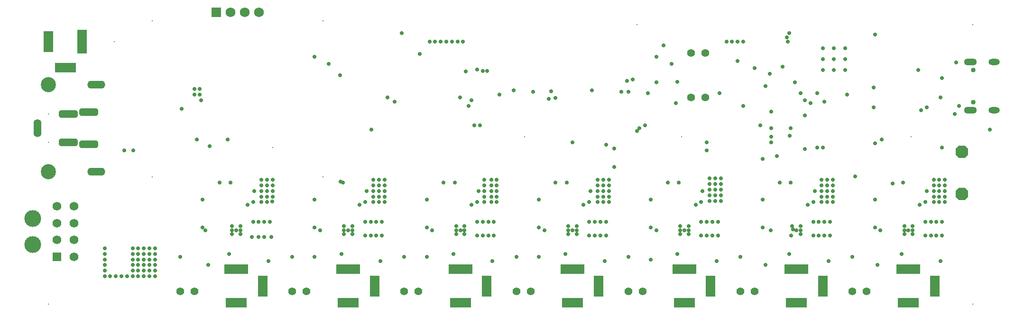
<source format=gbs>
G04*
G04 #@! TF.GenerationSoftware,Altium Limited,Altium Designer,24.4.1 (13)*
G04*
G04 Layer_Color=16711935*
%FSLAX44Y44*%
%MOMM*%
G71*
G04*
G04 #@! TF.SameCoordinates,002769C6-68FF-4E06-BC95-C638BAA8078C*
G04*
G04*
G04 #@! TF.FilePolarity,Negative*
G04*
G01*
G75*
%ADD80C,0.2032*%
%ADD81C,1.7272*%
%ADD82R,1.7272X1.7272*%
G04:AMPARAMS|DCode=83|XSize=2.2032mm|YSize=2.2032mm|CornerRadius=0mm|HoleSize=0mm|Usage=FLASHONLY|Rotation=0.000|XOffset=0mm|YOffset=0mm|HoleType=Round|Shape=Octagon|*
%AMOCTAGOND83*
4,1,8,1.1016,-0.5508,1.1016,0.5508,0.5508,1.1016,-0.5508,1.1016,-1.1016,0.5508,-1.1016,-0.5508,-0.5508,-1.1016,0.5508,-1.1016,1.1016,-0.5508,0.0*
%
%ADD83OCTAGOND83*%

%ADD84C,1.4224*%
%ADD85R,4.2032X1.7032*%
%ADD86R,3.7032X1.7032*%
%ADD87R,1.7032X3.7032*%
%ADD88C,3.0000*%
%ADD89C,1.5700*%
%ADD90R,1.5700X1.5700*%
%ADD91O,2.3032X1.2532*%
%ADD92O,2.0032X1.1032*%
%ADD93C,0.8532*%
%ADD94C,2.7032*%
G04:AMPARAMS|DCode=95|XSize=1.4032mm|YSize=3.4032mm|CornerRadius=0mm|HoleSize=0mm|Usage=FLASHONLY|Rotation=90.000|XOffset=0mm|YOffset=0mm|HoleType=Round|Shape=Octagon|*
%AMOCTAGOND95*
4,1,8,-1.7016,-0.3508,-1.7016,0.3508,-1.3508,0.7016,1.3508,0.7016,1.7016,0.3508,1.7016,-0.3508,1.3508,-0.7016,-1.3508,-0.7016,-1.7016,-0.3508,0.0*
%
%ADD95OCTAGOND95*%

%ADD96O,1.4032X3.2032*%
%ADD97O,3.2032X1.4032*%
%ADD98R,1.7032X4.2032*%
%ADD99C,0.7032*%
D80*
X235200Y277500D02*
D03*
X540000D02*
D03*
Y556900D02*
D03*
X235200D02*
D03*
X1100000Y550000D02*
D03*
X1700000D02*
D03*
X1590000Y350000D02*
D03*
X50000Y50000D02*
D03*
X167500Y520000D02*
D03*
X450000Y330000D02*
D03*
X900000Y350000D02*
D03*
X1180000D02*
D03*
X1700000Y50000D02*
D03*
X50000Y340000D02*
D03*
Y390000D02*
D03*
D81*
X425700Y572140D02*
D03*
X400300D02*
D03*
X374900D02*
D03*
D82*
X349500D02*
D03*
D83*
X1680000Y247000D02*
D03*
Y323000D02*
D03*
D84*
X285000Y72500D02*
D03*
X310400D02*
D03*
X1222400Y500000D02*
D03*
X1197000D02*
D03*
X510400Y72500D02*
D03*
X485000D02*
D03*
X1510400D02*
D03*
X1485000D02*
D03*
X1310400D02*
D03*
X1285000D02*
D03*
X1110400D02*
D03*
X1085000D02*
D03*
X910400D02*
D03*
X885000D02*
D03*
X710400D02*
D03*
X685000D02*
D03*
X1222400Y420000D02*
D03*
X1197000D02*
D03*
D85*
X385000Y112500D02*
D03*
X1585000D02*
D03*
X1385000D02*
D03*
X1185000D02*
D03*
X985000D02*
D03*
X785000D02*
D03*
X585000D02*
D03*
D86*
X385000Y52500D02*
D03*
X1585000D02*
D03*
X1385000D02*
D03*
X1185000D02*
D03*
X985000D02*
D03*
X785000D02*
D03*
X585000D02*
D03*
X80000Y473000D02*
D03*
D87*
X432000Y82500D02*
D03*
X1632000D02*
D03*
X1432000D02*
D03*
X1232000D02*
D03*
X1032000D02*
D03*
X832000D02*
D03*
X632000D02*
D03*
X50000Y520000D02*
D03*
D88*
X21800Y156500D02*
D03*
Y203500D02*
D03*
D89*
X65000Y225100D02*
D03*
Y195100D02*
D03*
Y165100D02*
D03*
X95000Y135100D02*
D03*
Y165100D02*
D03*
Y195100D02*
D03*
Y225100D02*
D03*
D90*
X65000Y135100D02*
D03*
D91*
X1695700Y397014D02*
D03*
Y483414D02*
D03*
D92*
X1737500Y397014D02*
D03*
Y483414D02*
D03*
D93*
X1700700Y469114D02*
D03*
Y411314D02*
D03*
D94*
X50000Y287000D02*
D03*
Y443000D02*
D03*
D95*
X121500Y394000D02*
D03*
Y336000D02*
D03*
X85000Y390000D02*
D03*
Y340000D02*
D03*
D96*
X30000Y365000D02*
D03*
D97*
X135000Y287000D02*
D03*
Y443000D02*
D03*
D98*
X110000Y520000D02*
D03*
D99*
X1556940Y266310D02*
D03*
X827460Y272500D02*
D03*
X832500Y467500D02*
D03*
X827460Y232500D02*
D03*
Y242500D02*
D03*
Y252500D02*
D03*
Y262500D02*
D03*
X840000D02*
D03*
Y242500D02*
D03*
Y252500D02*
D03*
Y272500D02*
D03*
Y232500D02*
D03*
X850000Y242500D02*
D03*
Y272500D02*
D03*
Y252500D02*
D03*
Y232500D02*
D03*
Y262500D02*
D03*
X855040Y425000D02*
D03*
X825000Y467500D02*
D03*
X915000Y430000D02*
D03*
X880000Y432500D02*
D03*
X425000Y170000D02*
D03*
X392500Y175000D02*
D03*
X329960Y182500D02*
D03*
X570000Y460040D02*
D03*
X355000Y267500D02*
D03*
X375000D02*
D03*
X430000Y272500D02*
D03*
X450000Y262500D02*
D03*
X377500Y182500D02*
D03*
Y190000D02*
D03*
X440000Y252500D02*
D03*
X430000Y242500D02*
D03*
X417500Y252500D02*
D03*
X430000Y262500D02*
D03*
X440000Y272500D02*
D03*
X430000Y252500D02*
D03*
X415000Y232500D02*
D03*
X440000Y262500D02*
D03*
X450000Y272500D02*
D03*
X405000Y227500D02*
D03*
X415000Y197500D02*
D03*
X440000Y232500D02*
D03*
X392500Y182500D02*
D03*
X450000Y242500D02*
D03*
X448936Y233564D02*
D03*
X425000Y197500D02*
D03*
X435000Y197500D02*
D03*
X655000Y420000D02*
D03*
X412500Y170000D02*
D03*
X445000Y197500D02*
D03*
X571064Y268936D02*
D03*
X525000Y237500D02*
D03*
X1060000Y295196D02*
D03*
X625795Y362380D02*
D03*
X525000Y492500D02*
D03*
X550000Y480000D02*
D03*
X1135000Y492460D02*
D03*
X1147968Y513454D02*
D03*
X1667500Y390000D02*
D03*
X1730000Y362500D02*
D03*
X1115000Y370000D02*
D03*
X1450000Y272500D02*
D03*
X1422500Y330000D02*
D03*
X1432500D02*
D03*
X1340000Y340000D02*
D03*
X1645000Y330000D02*
D03*
X1370000Y520000D02*
D03*
X1367500Y527500D02*
D03*
X790000Y520000D02*
D03*
X1162500Y480000D02*
D03*
X1280000Y485040D02*
D03*
X1360000Y474960D02*
D03*
X1310000Y472500D02*
D03*
X1337599Y462401D02*
D03*
X1382540Y447500D02*
D03*
X1247500Y427460D02*
D03*
X1422500D02*
D03*
X1392500D02*
D03*
X1120000Y427500D02*
D03*
X1085000Y430000D02*
D03*
X1072500D02*
D03*
X1400000Y415000D02*
D03*
X1475000Y425000D02*
D03*
X1522500Y402500D02*
D03*
X1435000Y412500D02*
D03*
X1400000Y327500D02*
D03*
X1375000Y365000D02*
D03*
X1400000Y387500D02*
D03*
X325000Y187500D02*
D03*
Y237500D02*
D03*
X440000Y242500D02*
D03*
X450000Y252500D02*
D03*
X335000Y120000D02*
D03*
X442500Y127500D02*
D03*
X285000Y135000D02*
D03*
X372500Y140000D02*
D03*
X447314Y170186D02*
D03*
X435000Y170000D02*
D03*
X377500Y175000D02*
D03*
X385000Y182500D02*
D03*
X392500Y190000D02*
D03*
X430000Y232500D02*
D03*
X185000Y325000D02*
D03*
X1060000Y328850D02*
D03*
X201270Y325040D02*
D03*
X1082500Y450049D02*
D03*
X1092500Y452500D02*
D03*
X1135000Y447500D02*
D03*
X1170000Y410000D02*
D03*
X1172500Y448055D02*
D03*
X1522500Y437500D02*
D03*
X947500Y430991D02*
D03*
X1330000Y440000D02*
D03*
X1020000Y432540D02*
D03*
X1340056Y395040D02*
D03*
X1320202Y369798D02*
D03*
X1373172Y351828D02*
D03*
X1225000Y325040D02*
D03*
X1645000Y454960D02*
D03*
X1602500Y468754D02*
D03*
X1489919Y278293D02*
D03*
X1607500Y397500D02*
D03*
X1617500Y402540D02*
D03*
X1670000Y482500D02*
D03*
X1675000Y405000D02*
D03*
X1642500Y420000D02*
D03*
X315000Y345000D02*
D03*
X985000Y340000D02*
D03*
X1045000Y335000D02*
D03*
X370000Y345000D02*
D03*
X1105000Y365000D02*
D03*
X1225000Y340000D02*
D03*
X1350000Y315000D02*
D03*
X1410000Y410000D02*
D03*
X1325000Y310000D02*
D03*
X1340000Y350000D02*
D03*
X795000Y466945D02*
D03*
X815000Y470000D02*
D03*
X712500Y497500D02*
D03*
X784656Y420344D02*
D03*
X667500Y412500D02*
D03*
X805000Y415040D02*
D03*
X310000Y425000D02*
D03*
Y435000D02*
D03*
X320000D02*
D03*
Y425000D02*
D03*
X1324920Y237500D02*
D03*
Y187500D02*
D03*
X1338810Y182500D02*
D03*
X1250000Y275000D02*
D03*
X1240000D02*
D03*
X1250000Y265000D02*
D03*
X1240000D02*
D03*
X1250000Y255000D02*
D03*
X1230000Y275000D02*
D03*
X1250000Y245000D02*
D03*
X1230000Y265000D02*
D03*
X1240000Y255000D02*
D03*
X925000Y237500D02*
D03*
X1040000Y272500D02*
D03*
X1050000D02*
D03*
X1100000Y360000D02*
D03*
X1230000Y255000D02*
D03*
X1250000Y235000D02*
D03*
X1240000Y245000D02*
D03*
X1217500Y252500D02*
D03*
X1240000Y235000D02*
D03*
X1230000Y245000D02*
D03*
X337500Y332500D02*
D03*
X287500Y400000D02*
D03*
X322500Y415000D02*
D03*
X680000Y535000D02*
D03*
X730000Y520000D02*
D03*
X770000D02*
D03*
X750000D02*
D03*
X740000D02*
D03*
X780000D02*
D03*
X760000D02*
D03*
X1290000D02*
D03*
X1280000D02*
D03*
X1270000D02*
D03*
X1260000D02*
D03*
X1525000Y532500D02*
D03*
X1372500Y535000D02*
D03*
X1340000Y365000D02*
D03*
X1525000Y337500D02*
D03*
X1537500Y345000D02*
D03*
X1432250Y488500D02*
D03*
X1290000Y405000D02*
D03*
X190000Y100000D02*
D03*
X180000D02*
D03*
X170000D02*
D03*
X160000D02*
D03*
X150000D02*
D03*
Y110000D02*
D03*
Y120000D02*
D03*
Y130000D02*
D03*
Y140000D02*
D03*
Y150000D02*
D03*
X240000Y100000D02*
D03*
Y110000D02*
D03*
Y120000D02*
D03*
Y130000D02*
D03*
Y140000D02*
D03*
Y150000D02*
D03*
X230000D02*
D03*
Y140000D02*
D03*
Y130000D02*
D03*
Y120000D02*
D03*
Y110000D02*
D03*
Y100000D02*
D03*
X220000D02*
D03*
Y110000D02*
D03*
Y120000D02*
D03*
Y130000D02*
D03*
Y140000D02*
D03*
Y150000D02*
D03*
X210000Y100000D02*
D03*
Y110000D02*
D03*
Y120000D02*
D03*
Y130000D02*
D03*
Y140000D02*
D03*
Y150000D02*
D03*
X200000Y100000D02*
D03*
Y110000D02*
D03*
Y120000D02*
D03*
Y130000D02*
D03*
Y140000D02*
D03*
Y150000D02*
D03*
X1432250Y508250D02*
D03*
X1471750Y468750D02*
D03*
X1452000D02*
D03*
X1432250D02*
D03*
X1452000Y508250D02*
D03*
X1471750D02*
D03*
Y488500D02*
D03*
X1452000D02*
D03*
X800000Y405000D02*
D03*
X942500Y417500D02*
D03*
X955000Y419368D02*
D03*
X1530000Y120000D02*
D03*
X1378564Y183564D02*
D03*
X1375186Y172686D02*
D03*
X1485000Y135000D02*
D03*
X1330000Y120000D02*
D03*
X1125000Y130000D02*
D03*
X925000Y135000D02*
D03*
X725000D02*
D03*
X525000D02*
D03*
X525000Y187500D02*
D03*
X810000Y370000D02*
D03*
X820000D02*
D03*
X1615000Y172500D02*
D03*
X1630000Y242500D02*
D03*
X1640000Y262500D02*
D03*
X1630000D02*
D03*
X1615000Y197500D02*
D03*
X1645000D02*
D03*
X1640000Y232500D02*
D03*
X1615000D02*
D03*
X1605000Y227500D02*
D03*
X1650000Y272500D02*
D03*
X1640000D02*
D03*
X1630000D02*
D03*
X1625000Y197500D02*
D03*
X1635000D02*
D03*
X1625000Y172500D02*
D03*
X1635000D02*
D03*
X1642500Y127500D02*
D03*
X1525000Y237500D02*
D03*
Y187500D02*
D03*
X1535000Y182500D02*
D03*
X1617500Y252500D02*
D03*
X1575000Y267500D02*
D03*
X1592500Y182500D02*
D03*
Y190000D02*
D03*
Y175000D02*
D03*
X1577500Y190000D02*
D03*
X1585000Y182500D02*
D03*
X1577500D02*
D03*
Y175000D02*
D03*
X1572500Y140000D02*
D03*
X1205000Y227500D02*
D03*
X1245000Y172500D02*
D03*
X1225000Y197500D02*
D03*
X1235000D02*
D03*
Y172500D02*
D03*
X1225000D02*
D03*
X1242500Y127500D02*
D03*
X1125000Y237500D02*
D03*
Y187500D02*
D03*
X1135000Y182500D02*
D03*
X1175000Y267500D02*
D03*
X1155000D02*
D03*
X1085000Y135000D02*
D03*
X1192500Y182500D02*
D03*
Y175000D02*
D03*
Y190000D02*
D03*
X1177500D02*
D03*
X1185000Y182500D02*
D03*
X1177500D02*
D03*
Y175000D02*
D03*
X1172500Y140000D02*
D03*
X1440000Y242500D02*
D03*
X1430000Y252500D02*
D03*
Y262500D02*
D03*
X1445000Y197500D02*
D03*
X1430000Y232500D02*
D03*
X1415000D02*
D03*
X1405000Y227500D02*
D03*
X1450000Y242500D02*
D03*
Y252500D02*
D03*
Y262500D02*
D03*
X1440000Y272500D02*
D03*
X1430000D02*
D03*
X1425000Y197500D02*
D03*
X1435000D02*
D03*
Y172500D02*
D03*
X1425000D02*
D03*
X1442500Y127500D02*
D03*
X1417500Y252500D02*
D03*
X1375000Y267500D02*
D03*
X1355000D02*
D03*
X1285000Y135000D02*
D03*
X1392500Y182500D02*
D03*
Y175000D02*
D03*
Y190000D02*
D03*
X1377500D02*
D03*
X1385000Y182500D02*
D03*
X1372500Y140000D02*
D03*
X1245000Y197500D02*
D03*
X1230000Y235000D02*
D03*
X1215000Y232500D02*
D03*
X1040000Y242500D02*
D03*
X1030000D02*
D03*
X1040000Y262500D02*
D03*
X1030000D02*
D03*
X1015000Y197500D02*
D03*
X1045000D02*
D03*
X1005000Y227500D02*
D03*
X1050000Y262500D02*
D03*
X1030000Y272500D02*
D03*
X1025000Y197500D02*
D03*
X1035000D02*
D03*
Y172500D02*
D03*
X1025000D02*
D03*
X1042500Y127500D02*
D03*
X925000Y187500D02*
D03*
X935000Y182500D02*
D03*
X1017500Y252500D02*
D03*
X975000Y267500D02*
D03*
X955000D02*
D03*
X885000Y135000D02*
D03*
X992500Y182500D02*
D03*
Y175000D02*
D03*
Y190000D02*
D03*
X977500D02*
D03*
X985000Y182500D02*
D03*
X977500D02*
D03*
Y175000D02*
D03*
X972500Y140000D02*
D03*
X815000Y232500D02*
D03*
X835000Y197500D02*
D03*
X825000D02*
D03*
X835000Y172500D02*
D03*
X825000D02*
D03*
X842500Y127500D02*
D03*
X725000Y237500D02*
D03*
Y187500D02*
D03*
X735000Y182500D02*
D03*
X817500Y252500D02*
D03*
X775000Y267500D02*
D03*
X755000D02*
D03*
X685000Y135000D02*
D03*
X792500Y182500D02*
D03*
Y175000D02*
D03*
Y190000D02*
D03*
X777500D02*
D03*
X785000Y182500D02*
D03*
X777500D02*
D03*
Y175000D02*
D03*
X772500Y140000D02*
D03*
X615000Y172500D02*
D03*
X640000Y242500D02*
D03*
Y262500D02*
D03*
X650000D02*
D03*
Y272500D02*
D03*
X635000Y197500D02*
D03*
X625000D02*
D03*
X635000Y172500D02*
D03*
X625000D02*
D03*
X642500Y127500D02*
D03*
X535000Y182500D02*
D03*
X617500Y252500D02*
D03*
X575000Y267500D02*
D03*
X485000Y135000D02*
D03*
X592500Y182500D02*
D03*
Y175000D02*
D03*
Y190000D02*
D03*
X577500D02*
D03*
X585000Y182500D02*
D03*
X577500D02*
D03*
Y175000D02*
D03*
X572500Y140000D02*
D03*
X815000Y172500D02*
D03*
X845000Y197500D02*
D03*
Y172500D02*
D03*
X640000Y252500D02*
D03*
X630000Y262500D02*
D03*
X615000Y197500D02*
D03*
X645000D02*
D03*
X640000Y232500D02*
D03*
X645000Y172500D02*
D03*
X650000Y242500D02*
D03*
X1640000D02*
D03*
Y252500D02*
D03*
X1630000D02*
D03*
Y232500D02*
D03*
X1650000D02*
D03*
X1645000Y172500D02*
D03*
X1650000Y242500D02*
D03*
Y252500D02*
D03*
Y262500D02*
D03*
X1415000Y172500D02*
D03*
X1430000Y242500D02*
D03*
X1440000Y252500D02*
D03*
Y262500D02*
D03*
X1415000Y197500D02*
D03*
X1440000Y232500D02*
D03*
X1450000D02*
D03*
X1445000Y172500D02*
D03*
X1215000D02*
D03*
Y197500D02*
D03*
X1015000Y172500D02*
D03*
X1040000Y252500D02*
D03*
X1030000D02*
D03*
X1040000Y232500D02*
D03*
X1030000D02*
D03*
X1015000D02*
D03*
X1050000D02*
D03*
X1045000Y172500D02*
D03*
X1050000Y242500D02*
D03*
Y252500D02*
D03*
X815000Y197500D02*
D03*
X805000Y227500D02*
D03*
X630000Y242500D02*
D03*
Y252500D02*
D03*
Y232500D02*
D03*
X615000D02*
D03*
X605000Y227500D02*
D03*
X650000Y232500D02*
D03*
Y252500D02*
D03*
X640000Y272500D02*
D03*
X630000D02*
D03*
M02*

</source>
